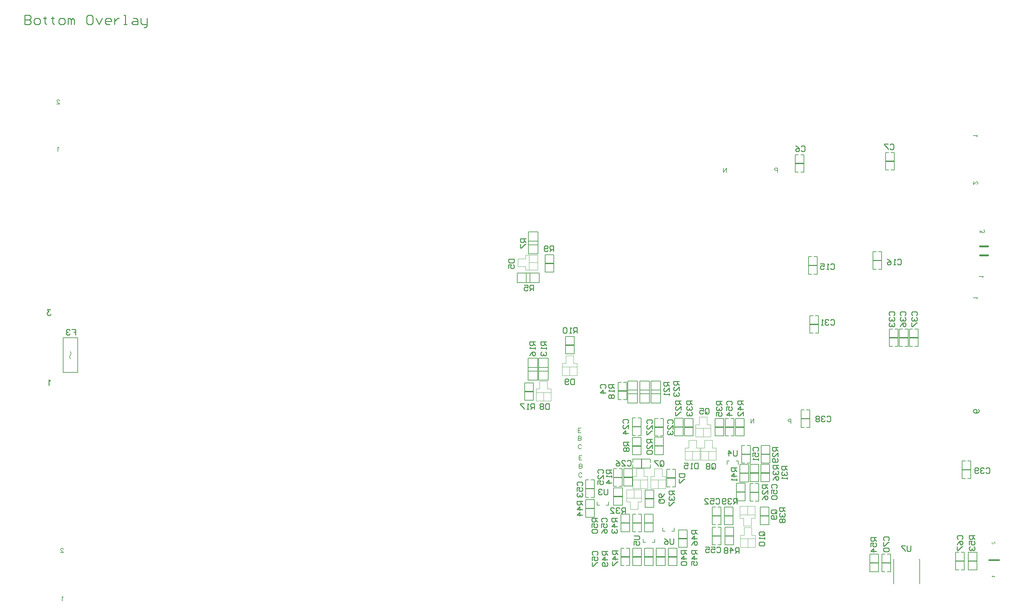
<source format=gbo>
G04*
G04 #@! TF.GenerationSoftware,Altium Limited,Altium Designer,20.0.13 (296)*
G04*
G04 Layer_Color=32896*
%FSLAX24Y24*%
%MOIN*%
G70*
G01*
G75*
%ADD10C,0.0079*%
%ADD14C,0.0197*%
%ADD18C,0.0100*%
%ADD20C,0.0098*%
%ADD90C,0.0010*%
%ADD91C,0.0010*%
%ADD92C,0.0157*%
G36*
X96222Y53141D02*
X95278D01*
Y53259D01*
X96222D01*
Y53141D01*
D02*
G37*
G36*
X86497Y52904D02*
X85552D01*
Y53022D01*
X86497D01*
Y52904D01*
D02*
G37*
G36*
X94872Y42459D02*
X93928D01*
Y42577D01*
X94872D01*
Y42459D01*
D02*
G37*
G36*
X59572Y42141D02*
X58628D01*
Y42259D01*
X59572D01*
Y42141D01*
D02*
G37*
G36*
X87922Y41923D02*
X86978D01*
Y42041D01*
X87922D01*
Y41923D01*
D02*
G37*
G36*
X88072Y35571D02*
X87128D01*
Y35689D01*
X88072D01*
Y35571D01*
D02*
G37*
G36*
X98786Y34137D02*
X97841D01*
Y34255D01*
X98786D01*
Y34137D01*
D02*
G37*
G36*
X97711D02*
X96766D01*
Y34255D01*
X97711D01*
Y34137D01*
D02*
G37*
G36*
X96636D02*
X95691D01*
Y34255D01*
X96636D01*
Y34137D01*
D02*
G37*
G36*
X61772Y33341D02*
X60828D01*
Y33459D01*
X61772D01*
Y33341D01*
D02*
G37*
G36*
X67422Y28409D02*
X66478D01*
Y28527D01*
X67422D01*
Y28409D01*
D02*
G37*
G36*
X57372Y28341D02*
X56428D01*
Y28459D01*
X57372D01*
Y28341D01*
D02*
G37*
G36*
X87122Y25423D02*
X86178D01*
Y25541D01*
X87122D01*
Y25423D01*
D02*
G37*
G36*
X68962Y24552D02*
X68017D01*
Y24670D01*
X68962D01*
Y24552D01*
D02*
G37*
G36*
X73502Y24515D02*
X72557D01*
Y24633D01*
X73502D01*
Y24515D01*
D02*
G37*
G36*
X77872Y24509D02*
X76928D01*
Y24627D01*
X77872D01*
Y24509D01*
D02*
G37*
G36*
X74572D02*
X73628D01*
Y24627D01*
X74572D01*
Y24509D01*
D02*
G37*
G36*
X78972Y24509D02*
X78028D01*
Y24627D01*
X78972D01*
Y24509D01*
D02*
G37*
G36*
X71372D02*
X70428D01*
Y24627D01*
X71372D01*
Y24509D01*
D02*
G37*
G36*
X80072Y24509D02*
X79128D01*
Y24627D01*
X80072D01*
Y24509D01*
D02*
G37*
G36*
X71372Y22491D02*
X70428D01*
Y22609D01*
X71372D01*
Y22491D01*
D02*
G37*
G36*
X68962Y22467D02*
X68017D01*
Y22585D01*
X68962D01*
Y22467D01*
D02*
G37*
G36*
X80722Y21591D02*
X79778D01*
Y21709D01*
X80722D01*
Y21591D01*
D02*
G37*
G36*
X82822Y21591D02*
X81878D01*
Y21709D01*
X82822D01*
Y21591D01*
D02*
G37*
G36*
X69068Y20178D02*
X68950D01*
Y21122D01*
X69068D01*
Y20178D01*
D02*
G37*
G36*
X104472Y19923D02*
X103528D01*
Y20041D01*
X104472D01*
Y19923D01*
D02*
G37*
G36*
X82806Y19573D02*
X81861D01*
Y19691D01*
X82806D01*
Y19573D01*
D02*
G37*
G36*
X81622Y19573D02*
X80678D01*
Y19691D01*
X81622D01*
Y19573D01*
D02*
G37*
G36*
X80522Y19559D02*
X79578D01*
Y19677D01*
X80522D01*
Y19559D01*
D02*
G37*
G36*
X68022Y19109D02*
X67078D01*
Y19227D01*
X68022D01*
Y19109D01*
D02*
G37*
G36*
X66930Y19090D02*
X65985D01*
Y19208D01*
X66930D01*
Y19090D01*
D02*
G37*
G36*
X72666Y19030D02*
X71722D01*
Y19148D01*
X72666D01*
Y19030D01*
D02*
G37*
G36*
X63922Y17891D02*
X62978D01*
Y18009D01*
X63922D01*
Y17891D01*
D02*
G37*
G36*
X80172Y17523D02*
X79228D01*
Y17641D01*
X80172D01*
Y17523D01*
D02*
G37*
G36*
X81622Y17491D02*
X80678D01*
Y17609D01*
X81622D01*
Y17491D01*
D02*
G37*
G36*
X66946Y17036D02*
X66001D01*
Y17154D01*
X66946D01*
Y17036D01*
D02*
G37*
G36*
X70322Y16809D02*
X69378D01*
Y16927D01*
X70322D01*
Y16809D01*
D02*
G37*
G36*
X63922Y15759D02*
X62978D01*
Y15877D01*
X63922D01*
Y15759D01*
D02*
G37*
G36*
X82722Y14959D02*
X81778D01*
Y15077D01*
X82722D01*
Y14959D01*
D02*
G37*
G36*
X78872D02*
X77928D01*
Y15077D01*
X78872D01*
Y14959D01*
D02*
G37*
G36*
X77572Y14959D02*
X76628D01*
Y15077D01*
X77572D01*
Y14959D01*
D02*
G37*
G36*
X70272Y14191D02*
X69328D01*
Y14309D01*
X70272D01*
Y14191D01*
D02*
G37*
G36*
X68997Y14191D02*
X68053D01*
Y14309D01*
X68997D01*
Y14191D01*
D02*
G37*
G36*
X67722Y14191D02*
X66778D01*
Y14309D01*
X67722D01*
Y14191D01*
D02*
G37*
G36*
X77572Y12789D02*
X76628D01*
Y12907D01*
X77572D01*
Y12789D01*
D02*
G37*
G36*
X78922Y12789D02*
X77978D01*
Y12907D01*
X78922D01*
Y12789D01*
D02*
G37*
G36*
X73922Y12509D02*
X72978D01*
Y12627D01*
X73922D01*
Y12509D01*
D02*
G37*
G36*
X68997Y10541D02*
X68053D01*
Y10659D01*
X68997D01*
Y10541D01*
D02*
G37*
G36*
X71547Y10541D02*
X70603D01*
Y10659D01*
X71547D01*
Y10541D01*
D02*
G37*
G36*
X67722Y10541D02*
X66778D01*
Y10659D01*
X67722D01*
Y10541D01*
D02*
G37*
G36*
X72822Y10541D02*
X71878D01*
Y10659D01*
X72822D01*
Y10541D01*
D02*
G37*
G36*
X70272D02*
X69328D01*
Y10659D01*
X70272D01*
Y10541D01*
D02*
G37*
G36*
X105122Y10091D02*
X104178D01*
Y10209D01*
X105122D01*
Y10091D01*
D02*
G37*
G36*
X103772Y10091D02*
X102828D01*
Y10209D01*
X103772D01*
Y10091D01*
D02*
G37*
G36*
X94522Y9891D02*
X93578D01*
Y10009D01*
X94522D01*
Y9891D01*
D02*
G37*
G36*
X95822Y9891D02*
X94878D01*
Y10009D01*
X95822D01*
Y9891D01*
D02*
G37*
G36*
X107097Y11975D02*
X107052D01*
Y12161D01*
X107043Y12155D01*
X107039Y12152D01*
X107035Y12149D01*
X107032Y12146D01*
X107030Y12144D01*
X107028Y12142D01*
X107028Y12142D01*
X107025Y12139D01*
X107022Y12136D01*
X107015Y12128D01*
X107007Y12119D01*
X106999Y12110D01*
X106991Y12101D01*
X106988Y12098D01*
X106985Y12094D01*
X106983Y12092D01*
X106981Y12089D01*
X106980Y12088D01*
X106979Y12088D01*
X106972Y12079D01*
X106965Y12070D01*
X106958Y12063D01*
X106952Y12055D01*
X106946Y12049D01*
X106940Y12043D01*
X106935Y12038D01*
X106931Y12034D01*
X106926Y12029D01*
X106923Y12026D01*
X106920Y12023D01*
X106918Y12021D01*
X106914Y12018D01*
X106913Y12017D01*
X106904Y12009D01*
X106896Y12003D01*
X106888Y11997D01*
X106881Y11993D01*
X106875Y11989D01*
X106871Y11987D01*
X106868Y11986D01*
X106867Y11986D01*
X106859Y11982D01*
X106851Y11980D01*
X106843Y11978D01*
X106836Y11977D01*
X106830Y11976D01*
X106826Y11976D01*
X106823D01*
X106822D01*
X106814Y11976D01*
X106806Y11977D01*
X106799Y11978D01*
X106792Y11981D01*
X106779Y11986D01*
X106769Y11992D01*
X106764Y11995D01*
X106760Y11998D01*
X106756Y12000D01*
X106753Y12003D01*
X106751Y12005D01*
X106749Y12006D01*
X106749Y12007D01*
X106748Y12008D01*
X106742Y12014D01*
X106738Y12021D01*
X106734Y12028D01*
X106730Y12035D01*
X106725Y12049D01*
X106721Y12063D01*
X106720Y12069D01*
X106719Y12075D01*
X106718Y12081D01*
X106718Y12085D01*
X106717Y12089D01*
Y12094D01*
X106718Y12104D01*
X106718Y12113D01*
X106720Y12122D01*
X106722Y12130D01*
X106724Y12138D01*
X106726Y12145D01*
X106729Y12152D01*
X106732Y12158D01*
X106734Y12163D01*
X106737Y12167D01*
X106739Y12171D01*
X106741Y12175D01*
X106743Y12177D01*
X106745Y12179D01*
X106745Y12180D01*
X106746Y12181D01*
X106751Y12186D01*
X106757Y12191D01*
X106764Y12196D01*
X106770Y12200D01*
X106783Y12206D01*
X106797Y12211D01*
X106803Y12212D01*
X106809Y12214D01*
X106813Y12215D01*
X106818Y12216D01*
X106822Y12217D01*
X106824D01*
X106826Y12217D01*
X106827D01*
X106831Y12170D01*
X106819Y12169D01*
X106808Y12166D01*
X106798Y12163D01*
X106791Y12159D01*
X106784Y12156D01*
X106780Y12153D01*
X106777Y12150D01*
X106776Y12149D01*
X106769Y12141D01*
X106764Y12132D01*
X106761Y12123D01*
X106758Y12115D01*
X106757Y12107D01*
X106756Y12101D01*
X106756Y12099D01*
Y12095D01*
X106756Y12084D01*
X106758Y12074D01*
X106762Y12065D01*
X106765Y12057D01*
X106769Y12051D01*
X106771Y12047D01*
X106774Y12045D01*
X106775Y12043D01*
X106782Y12037D01*
X106790Y12032D01*
X106798Y12028D01*
X106805Y12026D01*
X106811Y12024D01*
X106817Y12024D01*
X106820Y12023D01*
X106821D01*
X106821D01*
X106831Y12024D01*
X106841Y12027D01*
X106851Y12030D01*
X106859Y12034D01*
X106866Y12039D01*
X106872Y12042D01*
X106875Y12043D01*
X106876Y12045D01*
X106877Y12046D01*
X106877D01*
X106883Y12050D01*
X106889Y12055D01*
X106896Y12061D01*
X106902Y12068D01*
X106916Y12082D01*
X106929Y12095D01*
X106935Y12102D01*
X106940Y12108D01*
X106945Y12114D01*
X106949Y12119D01*
X106953Y12123D01*
X106955Y12126D01*
X106957Y12129D01*
X106958Y12129D01*
X106969Y12143D01*
X106980Y12155D01*
X106990Y12166D01*
X106998Y12174D01*
X107005Y12181D01*
X107010Y12186D01*
X107013Y12189D01*
X107014Y12190D01*
X107014D01*
X107024Y12197D01*
X107032Y12203D01*
X107041Y12209D01*
X107049Y12213D01*
X107055Y12217D01*
X107060Y12219D01*
X107064Y12220D01*
X107064Y12220D01*
X107065D01*
X107071Y12223D01*
X107076Y12224D01*
X107082Y12225D01*
X107086Y12225D01*
X107091Y12226D01*
X107094D01*
X107096D01*
X107097D01*
Y11975D01*
D02*
G37*
G36*
X106854Y8576D02*
X106850Y8568D01*
X106846Y8560D01*
X106842Y8552D01*
X106839Y8546D01*
X106836Y8540D01*
X106834Y8537D01*
X106834Y8537D01*
Y8536D01*
X106828Y8526D01*
X106822Y8517D01*
X106816Y8510D01*
X106811Y8504D01*
X106807Y8498D01*
X106804Y8495D01*
X106802Y8492D01*
X106801Y8492D01*
X107097D01*
Y8445D01*
X106717D01*
Y8475D01*
X106727Y8481D01*
X106735Y8487D01*
X106744Y8494D01*
X106752Y8501D01*
X106758Y8507D01*
X106764Y8512D01*
X106765Y8514D01*
X106767Y8516D01*
X106768Y8516D01*
X106768Y8517D01*
X106777Y8528D01*
X106786Y8540D01*
X106794Y8551D01*
X106800Y8562D01*
X106805Y8571D01*
X106807Y8575D01*
X106809Y8578D01*
X106811Y8581D01*
X106811Y8583D01*
X106812Y8584D01*
Y8585D01*
X106857D01*
X106854Y8576D01*
D02*
G37*
D10*
X7500Y32324D02*
G03*
X7500Y31930I197J-197D01*
G01*
Y32324D02*
G03*
X7500Y32717I-197J197D01*
G01*
X64240Y16164D02*
Y16538D01*
Y16164D02*
X64496D01*
X65204D02*
X65460D01*
Y16538D01*
X80678Y18687D02*
X81032Y18687D01*
X80678Y19632D02*
X80678Y18687D01*
X81032Y18687D02*
X81622Y18687D01*
Y19632D01*
X80678Y19632D02*
Y20577D01*
X81032D01*
X81622Y19632D02*
Y20577D01*
X81032D02*
X81622D01*
X82451Y20577D02*
X82806Y20577D01*
X82806Y19632D01*
X81861Y20577D02*
X82451Y20577D01*
X81861Y19632D02*
Y20577D01*
X82806Y18687D02*
Y19632D01*
X82451Y18687D02*
X82806D01*
X81861D02*
Y19632D01*
Y18687D02*
X82451D01*
X81878Y20705D02*
X82232Y20705D01*
X81878Y21650D02*
X81878Y20705D01*
X82232Y20705D02*
X82822Y20705D01*
Y21650D01*
X81878Y21650D02*
Y22595D01*
X82232D01*
X82822Y21650D02*
Y22595D01*
X82232D02*
X82822D01*
X79778Y20705D02*
X80132D01*
X79778D02*
Y21650D01*
X80368Y20705D02*
X80722D01*
Y21650D01*
X79778D02*
Y22595D01*
X80132D01*
X80368D02*
X80722D01*
Y21650D02*
Y22595D01*
X78212Y20558D02*
Y20932D01*
X78468D01*
X79177D02*
X79433D01*
Y20558D02*
Y20932D01*
X80168Y20563D02*
X80522Y20563D01*
X80522Y19618D01*
X79578Y20563D02*
X80168Y20563D01*
X79578Y19618D02*
Y20563D01*
X80522Y18673D02*
Y19618D01*
X80168Y18673D02*
X80522D01*
X79578D02*
Y19618D01*
Y18673D02*
X80168D01*
X79818Y18527D02*
X80172Y18527D01*
X80172Y17582D01*
X79228Y18527D02*
X79818Y18527D01*
X79228Y17582D02*
Y18527D01*
X80172Y16637D02*
Y17582D01*
X79818Y16637D02*
X80172D01*
X79228D02*
Y17582D01*
Y16637D02*
X79818D01*
X80678Y16605D02*
X81032D01*
X80678D02*
Y17550D01*
X81268Y16605D02*
X81622D01*
Y17550D01*
X80678D02*
Y18495D01*
X81032D01*
X81268D02*
X81622D01*
Y17550D02*
Y18495D01*
X82368Y15963D02*
X82722Y15963D01*
X82368Y14073D02*
X82722D01*
X81778Y15963D02*
X82368Y15963D01*
X81778Y14073D02*
X82368D01*
X82722D02*
Y15018D01*
X82722Y15963D02*
X82722Y15018D01*
X81778Y15018D02*
Y15963D01*
Y14073D02*
Y15018D01*
X77218Y15963D02*
X77572D01*
X76628D02*
X76982D01*
X77218Y14073D02*
X77572D01*
X76628D02*
X76982D01*
X77572D02*
Y15018D01*
Y15963D01*
X76628Y15018D02*
Y15963D01*
Y14073D02*
Y15018D01*
X78518Y15963D02*
X78872Y15963D01*
X78518Y14073D02*
X78872D01*
X77928Y15963D02*
X78518Y15963D01*
X77928Y14073D02*
X78518D01*
X78872D02*
Y15018D01*
X78872Y15963D02*
X78872Y15018D01*
X77928Y15018D02*
Y15963D01*
Y14073D02*
Y15018D01*
X77218Y13793D02*
X77572D01*
X76628D02*
X76982D01*
X77218Y11903D02*
X77572D01*
X76628D02*
X76982D01*
X77572D02*
Y12848D01*
Y13793D01*
X76628Y12848D02*
Y13793D01*
Y11903D02*
Y12848D01*
X67068Y29413D02*
X67422D01*
X66478D02*
X66832D01*
X67068Y27523D02*
X67422D01*
X66478D02*
X66832D01*
X67422D02*
Y28468D01*
Y29413D01*
X66478Y28468D02*
Y29413D01*
Y27523D02*
Y28468D01*
X67538Y27377D02*
Y28164D01*
Y27180D02*
Y27377D01*
X68562D02*
Y28164D01*
Y27357D02*
Y27377D01*
Y27180D02*
Y27357D01*
X68247Y27180D02*
X68562D01*
X67538Y28558D02*
Y29345D01*
Y29542D01*
X67735D01*
X68562Y28558D02*
Y29345D01*
Y29463D01*
X68247Y29542D02*
X68562D01*
Y29463D02*
Y29542D01*
X67538Y28164D02*
X68562D01*
X67538Y27180D02*
X68247D01*
X67538Y28558D02*
X68562D01*
X67735Y29542D02*
X68247D01*
X67538Y28164D02*
Y28558D01*
X68562Y28164D02*
Y28558D01*
X68838Y27377D02*
Y28164D01*
Y27180D02*
Y27377D01*
X69862D02*
Y28164D01*
Y27357D02*
Y27377D01*
Y27180D02*
Y27357D01*
X69547Y27180D02*
X69862D01*
X68838Y28558D02*
Y29345D01*
Y29542D01*
X69035D01*
X69862Y28558D02*
Y29345D01*
Y29463D01*
X69547Y29542D02*
X69862D01*
Y29463D02*
Y29542D01*
X68838Y28164D02*
X69862D01*
X68838Y27180D02*
X69547D01*
X68838Y28558D02*
X69862D01*
X69035Y29542D02*
X69547D01*
X68838Y28164D02*
Y28558D01*
X69862Y28164D02*
Y28558D01*
X70038Y27377D02*
Y28164D01*
Y27180D02*
Y27377D01*
X71062D02*
Y28164D01*
Y27357D02*
Y27377D01*
Y27180D02*
Y27357D01*
X70747Y27180D02*
X71062D01*
X70038Y28558D02*
Y29345D01*
Y29542D01*
X70235D01*
X71062Y28558D02*
Y29345D01*
Y29463D01*
X70747Y29542D02*
X71062D01*
Y29463D02*
Y29542D01*
X70038Y28164D02*
X71062D01*
X70038Y27180D02*
X70747D01*
X70038Y28558D02*
X71062D01*
X70235Y29542D02*
X70747D01*
X70038Y28164D02*
Y28558D01*
X71062Y28164D02*
Y28558D01*
X68064Y21122D02*
X69009D01*
X69954D01*
X69009Y20178D02*
X69954D01*
X68064D02*
X69009D01*
X68064Y20768D02*
Y21122D01*
Y20178D02*
Y20532D01*
X69954Y20768D02*
Y21122D01*
Y20178D02*
Y20532D01*
X68962Y22526D02*
Y23471D01*
Y21581D02*
Y22526D01*
X68017Y22526D02*
X68017Y21581D01*
X68017Y22526D02*
Y23471D01*
X68372D02*
X68962D01*
X68372Y21581D02*
X68962Y21581D01*
X68017Y23471D02*
X68372D01*
X68017Y21581D02*
X68372Y21581D01*
X68962Y24611D02*
Y25556D01*
Y23666D02*
Y24611D01*
X68017Y23666D02*
Y24611D01*
Y25556D01*
X68608D02*
X68962D01*
X68017D02*
X68372D01*
X68608Y23666D02*
X68962D01*
X68017D02*
X68372D01*
X71372Y24568D02*
Y25513D01*
Y23623D02*
Y24568D01*
X70428Y23623D02*
Y24568D01*
Y25513D01*
X71018D02*
X71372D01*
X70428D02*
X70782D01*
X71018Y23623D02*
X71372D01*
X70428D02*
X70782D01*
X72557Y23629D02*
X72912Y23629D01*
X72557Y24574D02*
X72557Y23629D01*
X72912Y23629D02*
X73502Y23629D01*
Y24574D01*
X72557Y24574D02*
Y25519D01*
X72912D01*
X73502Y24574D02*
Y25519D01*
X72912D02*
X73502D01*
X74218Y25513D02*
X74572Y25513D01*
X74572Y24568D01*
X73628Y25513D02*
X74218Y25513D01*
X73628Y24568D02*
Y25513D01*
X74572Y23623D02*
Y24568D01*
X74218Y23623D02*
X74572D01*
X73628D02*
Y24568D01*
Y23623D02*
X74218D01*
X67078Y18223D02*
Y19168D01*
Y20113D01*
X68022D02*
X68022Y19168D01*
Y18223D02*
Y19168D01*
X67078Y18223D02*
X67668D01*
X67078Y20113D02*
X67668Y20113D01*
Y18223D02*
X68022D01*
X67668Y20113D02*
X68022Y20113D01*
X66930Y19149D02*
Y20094D01*
Y18204D02*
Y19149D01*
X65985Y18204D02*
Y19149D01*
Y20094D01*
X66576D02*
X66930D01*
X65985D02*
X66340D01*
X66576Y18204D02*
X66930D01*
X65985D02*
X66340D01*
X70322Y16868D02*
Y17813D01*
Y15923D02*
Y16868D01*
X69378Y16868D02*
X69378Y15923D01*
X69378Y16868D02*
Y17813D01*
X69732D02*
X70322D01*
X69732Y15923D02*
X70322Y15923D01*
X69378Y17813D02*
X69732D01*
X69378Y15923D02*
X69732Y15923D01*
X66001Y16150D02*
Y17095D01*
Y18040D01*
X66946D02*
X66946Y17095D01*
Y16150D02*
Y17095D01*
X66001Y16150D02*
X66592D01*
X66001Y18040D02*
X66592Y18040D01*
Y16150D02*
X66946D01*
X66592Y18040D02*
X66946Y18040D01*
X70410Y12164D02*
Y12538D01*
X70154Y12164D02*
X70410D01*
X69190D02*
X69446D01*
X69190D02*
Y12538D01*
X72510Y13348D02*
Y13722D01*
X72254Y13348D02*
X72510D01*
X71290D02*
X71546D01*
X71290D02*
Y13722D01*
X73568Y13513D02*
X73922Y13513D01*
X73568Y11623D02*
X73922D01*
X72978Y13513D02*
X73568Y13513D01*
X72978Y11623D02*
X73568D01*
X73922D02*
Y12568D01*
X73922Y13513D02*
X73922Y12568D01*
X72978Y12568D02*
Y13513D01*
Y11623D02*
Y12568D01*
X71878Y9655D02*
X72232Y9655D01*
X71878Y11545D02*
X72232D01*
Y9655D02*
X72822Y9655D01*
X72232Y11545D02*
X72822D01*
X71878Y10600D02*
Y11545D01*
Y10600D02*
X71878Y9655D01*
X72822D02*
Y10600D01*
Y11545D01*
X70603Y9655D02*
X70957Y9655D01*
X70603Y11545D02*
X70957D01*
Y9655D02*
X71547Y9655D01*
X70957Y11545D02*
X71547D01*
X70603Y10600D02*
Y11545D01*
Y10600D02*
X70603Y9655D01*
X71547D02*
Y10600D01*
Y11545D01*
X69328Y9655D02*
X69682Y9655D01*
X69328Y11545D02*
X69682D01*
Y9655D02*
X70272Y9655D01*
X69682Y11545D02*
X70272D01*
X69328Y10600D02*
Y11545D01*
Y10600D02*
X69328Y9655D01*
X70272D02*
Y10600D01*
Y11545D01*
X69918Y15195D02*
X70272Y15195D01*
X69918Y13305D02*
X70272D01*
X69328Y15195D02*
X69918Y15195D01*
X69328Y13305D02*
X69918D01*
X70272D02*
Y14250D01*
X70272Y15195D02*
X70272Y14250D01*
X69328Y14250D02*
Y15195D01*
Y13305D02*
Y14250D01*
X68643Y15195D02*
X68997D01*
X68053D02*
X68407D01*
X68643Y13305D02*
X68997D01*
X68053D02*
X68407D01*
X68997D02*
Y14250D01*
Y15195D01*
X68053Y14250D02*
Y15195D01*
Y13305D02*
Y14250D01*
X102828Y9205D02*
X103182D01*
X103418D02*
X103772D01*
X102828Y11095D02*
X103182D01*
X103418D02*
X103772D01*
X102828Y10150D02*
Y11095D01*
Y9205D02*
Y10150D01*
X103772Y9205D02*
Y10150D01*
Y11095D01*
X104768Y11095D02*
X105122Y11095D01*
X104768Y9205D02*
X105122D01*
X104178Y11095D02*
X104768Y11095D01*
X104178Y9205D02*
X104768D01*
X105122D02*
Y10150D01*
X105122Y11095D02*
X105122Y10150D01*
X104178Y10150D02*
Y11095D01*
Y9205D02*
Y10150D01*
X98898Y10329D02*
X98950D01*
Y7711D02*
Y10329D01*
X96150D02*
X96202D01*
X96150Y7711D02*
Y10329D01*
X94878Y9005D02*
X95232D01*
X95468D02*
X95822D01*
X94878Y10895D02*
X95232D01*
X95468D02*
X95822D01*
X94878Y9950D02*
Y10895D01*
Y9005D02*
Y9950D01*
X95822Y9005D02*
Y9950D01*
Y10895D01*
X94168Y10895D02*
X94522Y10895D01*
X94168Y9005D02*
X94522D01*
X93578Y10895D02*
X94168Y10895D01*
X93578Y9005D02*
X94168D01*
X94522D02*
Y9950D01*
X94522Y10895D02*
X94522Y9950D01*
X93578Y9950D02*
Y10895D01*
Y9005D02*
Y9950D01*
X77518Y25513D02*
X77872Y25513D01*
X77872Y24568D01*
X76928Y25513D02*
X77518Y25513D01*
X76928Y24568D02*
Y25513D01*
X77872Y23623D02*
Y24568D01*
X77518Y23623D02*
X77872D01*
X76928D02*
Y24568D01*
Y23623D02*
X77518D01*
X78028Y23623D02*
Y24568D01*
Y23623D02*
X78382D01*
X78618D02*
X78972D01*
Y24568D01*
X78028D02*
Y25513D01*
X78382D01*
X78972Y24568D02*
Y25513D01*
X78618D02*
X78972D01*
X79128Y23623D02*
X79482Y23623D01*
X79128Y24568D02*
X79128Y23623D01*
X79482Y23623D02*
X80072Y23623D01*
Y24568D01*
X79128Y24568D02*
Y25513D01*
X79482D01*
X80072Y24568D02*
Y25513D01*
X79482D02*
X80072D01*
X66778Y9655D02*
X67132D01*
X67368D02*
X67722D01*
X66778Y11545D02*
X67132D01*
X67368D02*
X67722D01*
X66778Y10600D02*
Y11545D01*
Y9655D02*
Y10600D01*
X67722Y9655D02*
Y10600D01*
Y11545D01*
X86178Y24537D02*
X86532D01*
X86178D02*
Y25482D01*
X86768Y24537D02*
X87122D01*
Y25482D01*
X86178D02*
Y26427D01*
X86532D01*
X86768D02*
X87122D01*
Y25482D02*
Y26427D01*
X97357Y35141D02*
X97711D01*
Y34196D02*
Y35141D01*
X96766D02*
X97121D01*
X96766Y34196D02*
Y35141D01*
X97711Y33251D02*
Y34196D01*
X97357Y33251D02*
X97711D01*
X96766D02*
X97121D01*
X96766D02*
Y34196D01*
X96282Y35141D02*
X96636D01*
Y34196D02*
Y35141D01*
X95691D02*
X96046D01*
X95691Y34196D02*
Y35141D01*
X96636Y33251D02*
Y34196D01*
X96282Y33251D02*
X96636D01*
X95691D02*
X96046D01*
X95691D02*
Y34196D01*
X98432Y35141D02*
X98786D01*
Y34196D02*
Y35141D01*
X97841D02*
X98196D01*
X97841Y34196D02*
Y35141D01*
X98786Y33251D02*
Y34196D01*
X98432Y33251D02*
X98786D01*
X97841D02*
X98196D01*
X97841D02*
Y34196D01*
X87128Y34685D02*
Y35630D01*
Y34685D02*
X87482D01*
X87718D02*
X88072D01*
Y35630D01*
X87128D02*
Y36575D01*
X87482D01*
X88072Y35630D02*
Y36575D01*
X87718D02*
X88072D01*
X86978Y41037D02*
X87332D01*
X86978D02*
Y41982D01*
X87568Y41037D02*
X87922D01*
Y41982D01*
X86978D02*
Y42927D01*
X87332D01*
X87568D02*
X87922D01*
Y41982D02*
Y42927D01*
X85552Y52018D02*
X85907D01*
X85552D02*
Y52963D01*
X86143Y52018D02*
X86497D01*
Y52963D01*
X85552D02*
Y53908D01*
X85907D01*
X86143D02*
X86497D01*
Y52963D02*
Y53908D01*
X57862Y44597D02*
Y45384D01*
Y45581D01*
X56838Y44597D02*
Y45384D01*
Y45404D01*
Y45581D01*
X57153D01*
X57862Y43416D02*
Y44203D01*
Y43219D02*
Y43416D01*
X57665Y43219D02*
X57862D01*
X56838Y43416D02*
Y44203D01*
Y43298D02*
Y43416D01*
Y43219D02*
X57153D01*
X56838D02*
Y43298D01*
Y44597D02*
X57862D01*
X57153Y45581D02*
X57862D01*
X56838Y44203D02*
X57862D01*
X57153Y43219D02*
X57665D01*
X57862Y44203D02*
Y44597D01*
X56838Y44203D02*
Y44597D01*
X56997Y40138D02*
X57784D01*
X57981D01*
X56997Y41162D02*
X57784D01*
X57804D01*
X57981D01*
Y40847D02*
Y41162D01*
X55816Y40138D02*
X56603D01*
X55619D02*
X55816D01*
X55619D02*
Y40335D01*
X55816Y41162D02*
X56603D01*
X55698D02*
X55816D01*
X55619Y40847D02*
Y41162D01*
X55698D01*
X56997Y40138D02*
Y41162D01*
X57981Y40138D02*
Y40847D01*
X56603Y40138D02*
Y41162D01*
X55619Y40335D02*
Y40847D01*
X56603Y40138D02*
X56997D01*
X56603Y41162D02*
X56997D01*
X93928Y41573D02*
X94282D01*
X93928D02*
Y42518D01*
X94518Y41573D02*
X94872D01*
Y42518D01*
X93928D02*
Y43463D01*
X94282D01*
X94518D02*
X94872D01*
Y42518D02*
Y43463D01*
X60828Y32455D02*
Y33400D01*
Y34345D01*
X61772D02*
X61772Y33400D01*
Y32455D02*
Y33400D01*
X60828Y32455D02*
X61418D01*
X60828Y34345D02*
X61418Y34345D01*
Y32455D02*
X61772D01*
X61418Y34345D02*
X61772Y34345D01*
X58962Y30997D02*
Y31784D01*
Y31981D01*
X57938Y30997D02*
Y31784D01*
Y31804D01*
Y31981D01*
X58253D01*
X58962Y29816D02*
Y30603D01*
Y29619D02*
Y29816D01*
X58765Y29619D02*
X58962D01*
X57938Y29816D02*
Y30603D01*
Y29698D02*
Y29816D01*
Y29619D02*
X58253D01*
X57938D02*
Y29698D01*
Y30997D02*
X58962D01*
X58253Y31981D02*
X58962D01*
X57938Y30603D02*
X58962D01*
X58253Y29619D02*
X58765D01*
X58962Y30603D02*
Y30997D01*
X57938Y30603D02*
Y30997D01*
X56788Y30603D02*
Y30997D01*
X57812Y30603D02*
Y30997D01*
X57103Y29619D02*
X57615D01*
X56788Y30603D02*
X57812D01*
X57103Y31981D02*
X57812D01*
X56788Y30997D02*
X57812D01*
X56788Y29619D02*
Y29698D01*
Y29619D02*
X57103D01*
X56788Y29698D02*
Y29816D01*
Y30603D01*
X57615Y29619D02*
X57812D01*
Y29816D01*
Y30603D01*
X56788Y31981D02*
X57103D01*
X56788Y31804D02*
Y31981D01*
Y31784D02*
Y31804D01*
Y30997D02*
Y31784D01*
X57812D02*
Y31981D01*
Y30997D02*
Y31784D01*
X57372Y28400D02*
Y29345D01*
Y27455D02*
Y28400D01*
X56428Y28400D02*
X56428Y27455D01*
X56428Y28400D02*
Y29345D01*
X56782D02*
X57372D01*
X56782Y27455D02*
X57372Y27455D01*
X56428Y29345D02*
X56782D01*
X56428Y27455D02*
X56782Y27455D01*
X62978Y17005D02*
Y17950D01*
Y18895D01*
X63922Y17950D02*
Y18895D01*
Y17005D02*
Y17950D01*
X62978Y17005D02*
X63332D01*
X63568D02*
X63922D01*
X62978Y18895D02*
X63332D01*
X63568D02*
X63922D01*
X62978Y14873D02*
Y15818D01*
Y16763D01*
X63922D02*
X63922Y15818D01*
Y14873D02*
Y15818D01*
X62978Y14873D02*
X63568D01*
X62978Y16763D02*
X63568Y16763D01*
Y14873D02*
X63922D01*
X63568Y16763D02*
X63922Y16763D01*
X6713Y30454D02*
X8287D01*
X6713D02*
Y34194D01*
X8287D01*
Y30454D02*
Y34194D01*
X104118Y20927D02*
X104472D01*
Y19982D02*
Y20927D01*
X103528D02*
X103882D01*
X103528Y19982D02*
Y20927D01*
X104472Y19037D02*
Y19982D01*
X104118Y19037D02*
X104472D01*
X103528D02*
X103882D01*
X103528D02*
Y19982D01*
X70428Y21605D02*
Y22550D01*
Y23495D01*
X71372D02*
X71372Y22550D01*
Y21605D02*
Y22550D01*
X70428Y21605D02*
X71018D01*
X70428Y23495D02*
X71018Y23495D01*
Y21605D02*
X71372D01*
X71018Y23495D02*
X71372Y23495D01*
X72666Y19089D02*
Y20034D01*
Y18144D02*
Y19089D01*
X71722Y18144D02*
Y19089D01*
Y20034D01*
X72312D02*
X72666D01*
X71722D02*
X72076D01*
X72312Y18144D02*
X72666D01*
X71722D02*
X72076D01*
X78922Y12848D02*
Y13793D01*
Y11903D02*
Y12848D01*
X77978Y12848D02*
X77978Y11903D01*
X77978Y12848D02*
Y13793D01*
X78332D02*
X78922D01*
X78332Y11903D02*
X78922Y11903D01*
X77978Y13793D02*
X78332D01*
X77978Y11903D02*
X78332Y11903D01*
X67722Y14250D02*
Y15195D01*
Y13305D02*
Y14250D01*
X66778Y14250D02*
X66778Y13305D01*
X66778Y14250D02*
Y15195D01*
X67132D02*
X67722D01*
X67132Y13305D02*
X67722Y13305D01*
X66778Y15195D02*
X67132D01*
X66778Y13305D02*
X67132Y13305D01*
X68053Y9655D02*
Y10600D01*
Y11545D01*
X68997D02*
X68997Y10600D01*
Y9655D02*
Y10600D01*
X68053Y9655D02*
X68643D01*
X68053Y11545D02*
X68643Y11545D01*
Y9655D02*
X68997D01*
X68643Y11545D02*
X68997Y11545D01*
X96222Y53200D02*
Y54145D01*
X95868D02*
X96222D01*
X95278D02*
X95632D01*
X95278Y53200D02*
Y54145D01*
X96222Y52255D02*
Y53200D01*
X95868Y52255D02*
X96222D01*
X95278D02*
Y53200D01*
Y52255D02*
X95632D01*
X59218Y43145D02*
X59572Y43145D01*
X59218Y41255D02*
X59572D01*
X58628Y43145D02*
X59218Y43145D01*
X58628Y41255D02*
X59218D01*
X59572D02*
Y42200D01*
X59572Y43145D02*
X59572Y42200D01*
X58628Y42200D02*
Y43145D01*
Y41255D02*
Y42200D01*
X105115Y50726D02*
X105137D01*
X105182Y50749D01*
X105205Y50771D01*
X105227Y50816D01*
Y50906D01*
X105205Y50951D01*
X105182Y50973D01*
X105137Y50996D01*
X105092D01*
X105047Y50973D01*
X104980Y50928D01*
X104755Y50704D01*
Y51018D01*
X105117Y55837D02*
X105140Y55882D01*
X105207Y55950D01*
X104735D01*
X85100Y25175D02*
X84898D01*
X84830Y25197D01*
X84808Y25220D01*
X84785Y25265D01*
Y25332D01*
X84808Y25377D01*
X84830Y25400D01*
X84898Y25422D01*
X85100D01*
Y24950D01*
X81100Y25472D02*
Y25000D01*
Y25472D02*
X80785Y25000D01*
Y25472D02*
Y25000D01*
X105728Y40696D02*
X105750Y40741D01*
X105818Y40808D01*
X105345D01*
X105463Y45769D02*
Y45521D01*
X105643Y45656D01*
Y45589D01*
X105666Y45544D01*
X105688Y45521D01*
X105756Y45499D01*
X105801D01*
X105868Y45521D01*
X105913Y45566D01*
X105936Y45634D01*
Y45701D01*
X105913Y45769D01*
X105891Y45791D01*
X105846Y45814D01*
X83650Y52225D02*
X83448D01*
X83380Y52247D01*
X83358Y52270D01*
X83335Y52315D01*
Y52382D01*
X83358Y52427D01*
X83380Y52450D01*
X83448Y52472D01*
X83650D01*
Y52000D01*
X78150Y52472D02*
Y52000D01*
Y52472D02*
X77835Y52000D01*
Y52472D02*
Y52000D01*
X105117Y38396D02*
X105140Y38441D01*
X105207Y38509D01*
X104735D01*
X62300Y20128D02*
Y20600D01*
Y20128D02*
X62502D01*
X62570Y20150D01*
X62592Y20173D01*
X62615Y20218D01*
Y20263D01*
X62592Y20308D01*
X62570Y20330D01*
X62502Y20353D01*
X62300D02*
X62502D01*
X62570Y20375D01*
X62592Y20398D01*
X62615Y20443D01*
Y20510D01*
X62592Y20555D01*
X62570Y20578D01*
X62502Y20600D01*
X62300D01*
X62587Y19290D02*
X62565Y19245D01*
X62520Y19200D01*
X62475Y19178D01*
X62385D01*
X62340Y19200D01*
X62295Y19245D01*
X62272Y19290D01*
X62250Y19358D01*
Y19470D01*
X62272Y19538D01*
X62295Y19583D01*
X62340Y19628D01*
X62385Y19650D01*
X62475D01*
X62520Y19628D01*
X62565Y19583D01*
X62587Y19538D01*
X62592Y21028D02*
X62300D01*
Y21500D01*
X62592D01*
X62300Y21253D02*
X62480D01*
X62492Y23978D02*
X62200D01*
Y24450D01*
X62492D01*
X62200Y24203D02*
X62380D01*
X62537Y22340D02*
X62515Y22295D01*
X62470Y22250D01*
X62425Y22228D01*
X62335D01*
X62290Y22250D01*
X62245Y22295D01*
X62222Y22340D01*
X62200Y22408D01*
Y22520D01*
X62222Y22588D01*
X62245Y22633D01*
X62290Y22678D01*
X62335Y22700D01*
X62425D01*
X62470Y22678D01*
X62515Y22633D01*
X62537Y22588D01*
X62200Y23128D02*
Y23600D01*
Y23128D02*
X62402D01*
X62470Y23150D01*
X62492Y23173D01*
X62515Y23218D01*
Y23263D01*
X62492Y23308D01*
X62470Y23330D01*
X62402Y23353D01*
X62200D02*
X62402D01*
X62470Y23375D01*
X62492Y23398D01*
X62515Y23443D01*
Y23510D01*
X62492Y23555D01*
X62470Y23578D01*
X62402Y23600D01*
X62200D01*
X6328Y59710D02*
Y59732D01*
X6305Y59777D01*
X6283Y59800D01*
X6238Y59822D01*
X6148D01*
X6103Y59800D01*
X6080Y59777D01*
X6058Y59732D01*
Y59687D01*
X6080Y59642D01*
X6125Y59575D01*
X6350Y59350D01*
X6035D01*
X6284Y54634D02*
X6239Y54656D01*
X6172Y54724D01*
Y54251D01*
X6728Y11410D02*
Y11432D01*
X6705Y11477D01*
X6683Y11500D01*
X6638Y11522D01*
X6548D01*
X6503Y11500D01*
X6480Y11477D01*
X6458Y11432D01*
Y11387D01*
X6480Y11342D01*
X6525Y11275D01*
X6750Y11050D01*
X6435D01*
X6750Y6232D02*
X6705Y6255D01*
X6638Y6322D01*
Y5850D01*
D14*
X105444Y44042D02*
X106330D01*
X105444Y43058D02*
X106330D01*
D18*
X2600Y68933D02*
Y67933D01*
X3100D01*
X3266Y68100D01*
Y68266D01*
X3100Y68433D01*
X2600D01*
X3100D01*
X3266Y68600D01*
Y68766D01*
X3100Y68933D01*
X2600D01*
X3766Y67933D02*
X4100D01*
X4266Y68100D01*
Y68433D01*
X4100Y68600D01*
X3766D01*
X3600Y68433D01*
Y68100D01*
X3766Y67933D01*
X4766Y68766D02*
Y68600D01*
X4599D01*
X4933D01*
X4766D01*
Y68100D01*
X4933Y67933D01*
X5599Y68766D02*
Y68600D01*
X5432D01*
X5766D01*
X5599D01*
Y68100D01*
X5766Y67933D01*
X6432D02*
X6765D01*
X6932Y68100D01*
Y68433D01*
X6765Y68600D01*
X6432D01*
X6265Y68433D01*
Y68100D01*
X6432Y67933D01*
X7265D02*
Y68600D01*
X7432D01*
X7598Y68433D01*
Y67933D01*
Y68433D01*
X7765Y68600D01*
X7932Y68433D01*
Y67933D01*
X9764Y68933D02*
X9431D01*
X9265Y68766D01*
Y68100D01*
X9431Y67933D01*
X9764D01*
X9931Y68100D01*
Y68766D01*
X9764Y68933D01*
X10264Y68600D02*
X10597Y67933D01*
X10931Y68600D01*
X11764Y67933D02*
X11430D01*
X11264Y68100D01*
Y68433D01*
X11430Y68600D01*
X11764D01*
X11930Y68433D01*
Y68266D01*
X11264D01*
X12264Y68600D02*
Y67933D01*
Y68266D01*
X12430Y68433D01*
X12597Y68600D01*
X12763D01*
X13263Y67933D02*
X13596D01*
X13430D01*
Y68933D01*
X13263D01*
X14263Y68600D02*
X14596D01*
X14763Y68433D01*
Y67933D01*
X14263D01*
X14096Y68100D01*
X14263Y68266D01*
X14763D01*
X15096Y68600D02*
Y68100D01*
X15263Y67933D01*
X15762D01*
Y67767D01*
X15596Y67600D01*
X15429D01*
X15762Y67933D02*
Y68600D01*
X65350Y17900D02*
Y17400D01*
X65250Y17300D01*
X65050D01*
X64950Y17400D01*
Y17900D01*
X64750Y17800D02*
X64650Y17900D01*
X64450D01*
X64350Y17800D01*
Y17700D01*
X64450Y17600D01*
X64550D01*
X64450D01*
X64350Y17500D01*
Y17400D01*
X64450Y17300D01*
X64650D01*
X64750Y17400D01*
X83750Y20450D02*
X83150D01*
Y20150D01*
X83250Y20050D01*
X83450D01*
X83550Y20150D01*
Y20450D01*
Y20250D02*
X83750Y20050D01*
X83250Y19850D02*
X83150Y19750D01*
Y19550D01*
X83250Y19450D01*
X83350D01*
X83450Y19550D01*
Y19650D01*
Y19550D01*
X83550Y19450D01*
X83650D01*
X83750Y19550D01*
Y19750D01*
X83650Y19850D01*
X83150Y18850D02*
X83250Y19050D01*
X83450Y19250D01*
X83650D01*
X83750Y19150D01*
Y18950D01*
X83650Y18850D01*
X83550D01*
X83450Y18950D01*
Y19250D01*
X84700Y20350D02*
X84100D01*
Y20050D01*
X84200Y19950D01*
X84400D01*
X84500Y20050D01*
Y20350D01*
Y20150D02*
X84700Y19950D01*
X84200Y19750D02*
X84100Y19650D01*
Y19450D01*
X84200Y19350D01*
X84300D01*
X84400Y19450D01*
Y19550D01*
Y19450D01*
X84500Y19350D01*
X84600D01*
X84700Y19450D01*
Y19650D01*
X84600Y19750D01*
X84700Y19150D02*
Y18950D01*
Y19050D01*
X84100D01*
X84200Y19150D01*
X83700Y22400D02*
X83100D01*
Y22100D01*
X83200Y22000D01*
X83400D01*
X83500Y22100D01*
Y22400D01*
Y22200D02*
X83700Y22000D01*
Y21400D02*
Y21800D01*
X83300Y21400D01*
X83200D01*
X83100Y21500D01*
Y21700D01*
X83200Y21800D01*
X83600Y21200D02*
X83700Y21100D01*
Y20900D01*
X83600Y20800D01*
X83200D01*
X83100Y20900D01*
Y21100D01*
X83200Y21200D01*
X83300D01*
X83400Y21100D01*
Y20800D01*
X81100Y22000D02*
X81000Y22100D01*
Y22300D01*
X81100Y22400D01*
X81500D01*
X81600Y22300D01*
Y22100D01*
X81500Y22000D01*
X81000Y21400D02*
Y21800D01*
X81300D01*
X81200Y21600D01*
Y21500D01*
X81300Y21400D01*
X81500D01*
X81600Y21500D01*
Y21700D01*
X81500Y21800D01*
X81600Y21200D02*
Y21000D01*
Y21100D01*
X81000D01*
X81100Y21200D01*
X79300Y22050D02*
Y21550D01*
X79200Y21450D01*
X79000D01*
X78900Y21550D01*
Y22050D01*
X78400Y21450D02*
Y22050D01*
X78700Y21750D01*
X78300D01*
X79250Y20200D02*
X78650D01*
Y19900D01*
X78750Y19800D01*
X78950D01*
X79050Y19900D01*
Y20200D01*
Y20000D02*
X79250Y19800D01*
Y19300D02*
X78650D01*
X78950Y19600D01*
Y19200D01*
X79250Y19000D02*
Y18800D01*
Y18900D01*
X78650D01*
X78750Y19000D01*
X82600Y18350D02*
X82000D01*
Y18050D01*
X82100Y17950D01*
X82300D01*
X82400Y18050D01*
Y18350D01*
Y18150D02*
X82600Y17950D01*
Y17350D02*
Y17750D01*
X82200Y17350D01*
X82100D01*
X82000Y17450D01*
Y17650D01*
X82100Y17750D01*
X82000Y16750D02*
X82100Y16950D01*
X82300Y17150D01*
X82500D01*
X82600Y17050D01*
Y16850D01*
X82500Y16750D01*
X82400D01*
X82300Y16850D01*
Y17150D01*
X83100Y18000D02*
X83000Y18100D01*
Y18300D01*
X83100Y18400D01*
X83500D01*
X83600Y18300D01*
Y18100D01*
X83500Y18000D01*
X83000Y17400D02*
Y17800D01*
X83300D01*
X83200Y17600D01*
Y17500D01*
X83300Y17400D01*
X83500D01*
X83600Y17500D01*
Y17700D01*
X83500Y17800D01*
X83100Y17200D02*
X83000Y17100D01*
Y16900D01*
X83100Y16800D01*
X83500D01*
X83600Y16900D01*
Y17100D01*
X83500Y17200D01*
X83100D01*
X84450Y15900D02*
X83850D01*
Y15600D01*
X83950Y15500D01*
X84150D01*
X84250Y15600D01*
Y15900D01*
Y15700D02*
X84450Y15500D01*
X83950Y15300D02*
X83850Y15200D01*
Y15000D01*
X83950Y14900D01*
X84050D01*
X84150Y15000D01*
Y15100D01*
Y15000D01*
X84250Y14900D01*
X84350D01*
X84450Y15000D01*
Y15200D01*
X84350Y15300D01*
X83950Y14700D02*
X83850Y14600D01*
Y14400D01*
X83950Y14300D01*
X84050D01*
X84150Y14400D01*
X84250Y14300D01*
X84350D01*
X84450Y14400D01*
Y14600D01*
X84350Y14700D01*
X84250D01*
X84150Y14600D01*
X84050Y14700D01*
X83950D01*
X84150Y14600D02*
Y14400D01*
X83450Y15250D02*
X83050D01*
X82950Y15350D01*
Y15550D01*
X83050Y15650D01*
X83450D01*
X83550Y15550D01*
Y15350D01*
X83350Y15450D02*
X83550Y15250D01*
Y15350D02*
X83450Y15250D01*
Y15050D02*
X83550Y14950D01*
Y14750D01*
X83450Y14650D01*
X83050D01*
X82950Y14750D01*
Y14950D01*
X83050Y15050D01*
X83150D01*
X83250Y14950D01*
Y14650D01*
X82150Y12900D02*
X81750D01*
X81650Y13000D01*
Y13200D01*
X81750Y13300D01*
X82150D01*
X82250Y13200D01*
Y13000D01*
X82050Y13100D02*
X82250Y12900D01*
Y13000D02*
X82150Y12900D01*
X82250Y12700D02*
Y12500D01*
Y12600D01*
X81650D01*
X81750Y12700D01*
Y12200D02*
X81650Y12100D01*
Y11900D01*
X81750Y11800D01*
X82150D01*
X82250Y11900D01*
Y12100D01*
X82150Y12200D01*
X81750D01*
X77000Y16800D02*
X77100Y16900D01*
X77300D01*
X77400Y16800D01*
Y16400D01*
X77300Y16300D01*
X77100D01*
X77000Y16400D01*
X76400Y16900D02*
X76800D01*
Y16600D01*
X76600Y16700D01*
X76500D01*
X76400Y16600D01*
Y16400D01*
X76500Y16300D01*
X76700D01*
X76800Y16400D01*
X75800Y16300D02*
X76200D01*
X75800Y16700D01*
Y16800D01*
X75900Y16900D01*
X76100D01*
X76200Y16800D01*
X79300Y16300D02*
Y16900D01*
X79000D01*
X78900Y16800D01*
Y16600D01*
X79000Y16500D01*
X79300D01*
X79100D02*
X78900Y16300D01*
X78700Y16800D02*
X78600Y16900D01*
X78400D01*
X78300Y16800D01*
Y16700D01*
X78400Y16600D01*
X78500D01*
X78400D01*
X78300Y16500D01*
Y16400D01*
X78400Y16300D01*
X78600D01*
X78700Y16400D01*
X78100D02*
X78000Y16300D01*
X77800D01*
X77700Y16400D01*
Y16800D01*
X77800Y16900D01*
X78000D01*
X78100Y16800D01*
Y16700D01*
X78000Y16600D01*
X77700D01*
X77100Y11550D02*
X77200Y11650D01*
X77400D01*
X77500Y11550D01*
Y11150D01*
X77400Y11050D01*
X77200D01*
X77100Y11150D01*
X76500Y11650D02*
X76900D01*
Y11350D01*
X76700Y11450D01*
X76600D01*
X76500Y11350D01*
Y11150D01*
X76600Y11050D01*
X76800D01*
X76900Y11150D01*
X75900Y11650D02*
X76300D01*
Y11350D01*
X76100Y11450D01*
X76000D01*
X75900Y11350D01*
Y11150D01*
X76000Y11050D01*
X76200D01*
X76300Y11150D01*
X64650Y28750D02*
X64550Y28850D01*
Y29050D01*
X64650Y29150D01*
X65050D01*
X65150Y29050D01*
Y28850D01*
X65050Y28750D01*
X65150Y28250D02*
X64550D01*
X64850Y28550D01*
Y28150D01*
X66050Y29150D02*
X65450D01*
Y28850D01*
X65550Y28750D01*
X65750D01*
X65850Y28850D01*
Y29150D01*
Y28950D02*
X66050Y28750D01*
Y28550D02*
Y28350D01*
Y28450D01*
X65450D01*
X65550Y28550D01*
Y28050D02*
X65450Y27950D01*
Y27750D01*
X65550Y27650D01*
X65650D01*
X65750Y27750D01*
X65850Y27650D01*
X65950D01*
X66050Y27750D01*
Y27950D01*
X65950Y28050D01*
X65850D01*
X65750Y27950D01*
X65650Y28050D01*
X65550D01*
X65750Y27950D02*
Y27750D01*
X72000Y29400D02*
X71400D01*
Y29100D01*
X71500Y29000D01*
X71700D01*
X71800Y29100D01*
Y29400D01*
Y29200D02*
X72000Y29000D01*
Y28400D02*
Y28800D01*
X71600Y28400D01*
X71500D01*
X71400Y28500D01*
Y28700D01*
X71500Y28800D01*
X72000Y28200D02*
Y28000D01*
Y28100D01*
X71400D01*
X71500Y28200D01*
X73050Y29500D02*
X72450D01*
Y29200D01*
X72550Y29100D01*
X72750D01*
X72850Y29200D01*
Y29500D01*
Y29300D02*
X73050Y29100D01*
Y28500D02*
Y28900D01*
X72650Y28500D01*
X72550D01*
X72450Y28600D01*
Y28800D01*
X72550Y28900D01*
Y28300D02*
X72450Y28200D01*
Y28000D01*
X72550Y27900D01*
X72650D01*
X72750Y28000D01*
Y28100D01*
Y28000D01*
X72850Y27900D01*
X72950D01*
X73050Y28000D01*
Y28200D01*
X72950Y28300D01*
X73050Y19550D02*
X73650D01*
Y19250D01*
X73550Y19150D01*
X73150D01*
X73050Y19250D01*
Y19550D01*
Y18950D02*
Y18550D01*
X73150D01*
X73550Y18950D01*
X73650D01*
X67450Y20900D02*
X67550Y21000D01*
X67750D01*
X67850Y20900D01*
Y20500D01*
X67750Y20400D01*
X67550D01*
X67450Y20500D01*
X66850Y20400D02*
X67250D01*
X66850Y20800D01*
Y20900D01*
X66950Y21000D01*
X67150D01*
X67250Y20900D01*
X66250Y21000D02*
X66450Y20900D01*
X66650Y20700D01*
Y20500D01*
X66550Y20400D01*
X66350D01*
X66250Y20500D01*
Y20600D01*
X66350Y20700D01*
X66650D01*
X67650Y22950D02*
X67050D01*
Y22650D01*
X67150Y22550D01*
X67350D01*
X67450Y22650D01*
Y22950D01*
Y22750D02*
X67650Y22550D01*
X67150Y22350D02*
X67050Y22250D01*
Y22050D01*
X67150Y21950D01*
X67250D01*
X67350Y22050D01*
X67450Y21950D01*
X67550D01*
X67650Y22050D01*
Y22250D01*
X67550Y22350D01*
X67450D01*
X67350Y22250D01*
X67250Y22350D01*
X67150D01*
X67350Y22250D02*
Y22050D01*
X67100Y25000D02*
X67000Y25100D01*
Y25300D01*
X67100Y25400D01*
X67500D01*
X67600Y25300D01*
Y25100D01*
X67500Y25000D01*
X67600Y24400D02*
Y24800D01*
X67200Y24400D01*
X67100D01*
X67000Y24500D01*
Y24700D01*
X67100Y24800D01*
X67600Y23900D02*
X67000D01*
X67300Y24200D01*
Y23800D01*
X69650Y24950D02*
X69550Y25050D01*
Y25250D01*
X69650Y25350D01*
X70050D01*
X70150Y25250D01*
Y25050D01*
X70050Y24950D01*
X70150Y24350D02*
Y24750D01*
X69750Y24350D01*
X69650D01*
X69550Y24450D01*
Y24650D01*
X69650Y24750D01*
X69550Y24150D02*
Y23750D01*
X69650D01*
X70050Y24150D01*
X70150D01*
X73250Y27400D02*
X72650D01*
Y27100D01*
X72750Y27000D01*
X72950D01*
X73050Y27100D01*
Y27400D01*
Y27200D02*
X73250Y27000D01*
Y26400D02*
Y26800D01*
X72850Y26400D01*
X72750D01*
X72650Y26500D01*
Y26700D01*
X72750Y26800D01*
X72650Y26200D02*
Y25800D01*
X72750D01*
X73150Y26200D01*
X73250D01*
X74450Y27400D02*
X73850D01*
Y27100D01*
X73950Y27000D01*
X74150D01*
X74250Y27100D01*
Y27400D01*
Y27200D02*
X74450Y27000D01*
X73950Y26800D02*
X73850Y26700D01*
Y26500D01*
X73950Y26400D01*
X74050D01*
X74150Y26500D01*
Y26600D01*
Y26500D01*
X74250Y26400D01*
X74350D01*
X74450Y26500D01*
Y26700D01*
X74350Y26800D01*
X73950Y26200D02*
X73850Y26100D01*
Y25900D01*
X73950Y25800D01*
X74050D01*
X74150Y25900D01*
Y26000D01*
Y25900D01*
X74250Y25800D01*
X74350D01*
X74450Y25900D01*
Y26100D01*
X74350Y26200D01*
X65800Y19950D02*
X65200D01*
Y19650D01*
X65300Y19550D01*
X65500D01*
X65600Y19650D01*
Y19950D01*
Y19750D02*
X65800Y19550D01*
Y19350D02*
Y19150D01*
Y19250D01*
X65200D01*
X65300Y19350D01*
X65800Y18550D02*
X65200D01*
X65500Y18850D01*
Y18450D01*
X64400Y19600D02*
X64300Y19700D01*
Y19900D01*
X64400Y20000D01*
X64800D01*
X64900Y19900D01*
Y19700D01*
X64800Y19600D01*
X64900Y19000D02*
Y19400D01*
X64500Y19000D01*
X64400D01*
X64300Y19100D01*
Y19300D01*
X64400Y19400D01*
X64300Y18400D02*
Y18800D01*
X64600D01*
X64500Y18600D01*
Y18500D01*
X64600Y18400D01*
X64800D01*
X64900Y18500D01*
Y18700D01*
X64800Y18800D01*
X72550Y17700D02*
X71950D01*
Y17400D01*
X72050Y17300D01*
X72250D01*
X72350Y17400D01*
Y17700D01*
Y17500D02*
X72550Y17300D01*
X72050Y17100D02*
X71950Y17000D01*
Y16800D01*
X72050Y16700D01*
X72150D01*
X72250Y16800D01*
Y16900D01*
Y16800D01*
X72350Y16700D01*
X72450D01*
X72550Y16800D01*
Y17000D01*
X72450Y17100D01*
X71950Y16500D02*
Y16100D01*
X72050D01*
X72450Y16500D01*
X72550D01*
X70950Y16800D02*
X71350D01*
X71450Y16700D01*
Y16500D01*
X71350Y16400D01*
X70950D01*
X70850Y16500D01*
Y16700D01*
X71050Y16600D02*
X70850Y16800D01*
Y16700D02*
X70950Y16800D01*
X71450Y17400D02*
X71350Y17200D01*
X71150Y17000D01*
X70950D01*
X70850Y17100D01*
Y17300D01*
X70950Y17400D01*
X71050D01*
X71150Y17300D01*
Y17000D01*
X67250Y15300D02*
Y15900D01*
X66950D01*
X66850Y15800D01*
Y15600D01*
X66950Y15500D01*
X67250D01*
X67050D02*
X66850Y15300D01*
X66650Y15800D02*
X66550Y15900D01*
X66350D01*
X66250Y15800D01*
Y15700D01*
X66350Y15600D01*
X66450D01*
X66350D01*
X66250Y15500D01*
Y15400D01*
X66350Y15300D01*
X66550D01*
X66650Y15400D01*
X65650Y15300D02*
X66050D01*
X65650Y15700D01*
Y15800D01*
X65750Y15900D01*
X65950D01*
X66050Y15800D01*
X68200Y12850D02*
X68700D01*
X68800Y12750D01*
Y12550D01*
X68700Y12450D01*
X68200D01*
Y11850D02*
Y12250D01*
X68500D01*
X68400Y12050D01*
Y11950D01*
X68500Y11850D01*
X68700D01*
X68800Y11950D01*
Y12150D01*
X68700Y12250D01*
X72450Y12550D02*
Y12050D01*
X72350Y11950D01*
X72150D01*
X72050Y12050D01*
Y12550D01*
X71450D02*
X71650Y12450D01*
X71850Y12250D01*
Y12050D01*
X71750Y11950D01*
X71550D01*
X71450Y12050D01*
Y12150D01*
X71550Y12250D01*
X71850D01*
X75000Y13450D02*
X74400D01*
Y13150D01*
X74500Y13050D01*
X74700D01*
X74800Y13150D01*
Y13450D01*
Y13250D02*
X75000Y13050D01*
Y12550D02*
X74400D01*
X74700Y12850D01*
Y12450D01*
X74400Y11850D02*
X74500Y12050D01*
X74700Y12250D01*
X74900D01*
X75000Y12150D01*
Y11950D01*
X74900Y11850D01*
X74800D01*
X74700Y11950D01*
Y12250D01*
X75000Y11300D02*
X74400D01*
Y11000D01*
X74500Y10900D01*
X74700D01*
X74800Y11000D01*
Y11300D01*
Y11100D02*
X75000Y10900D01*
Y10400D02*
X74400D01*
X74700Y10700D01*
Y10300D01*
X74400Y9700D02*
Y10100D01*
X74700D01*
X74600Y9900D01*
Y9800D01*
X74700Y9700D01*
X74900D01*
X75000Y9800D01*
Y10000D01*
X74900Y10100D01*
X73850Y11300D02*
X73250D01*
Y11000D01*
X73350Y10900D01*
X73550D01*
X73650Y11000D01*
Y11300D01*
Y11100D02*
X73850Y10900D01*
Y10400D02*
X73250D01*
X73550Y10700D01*
Y10300D01*
X73350Y10100D02*
X73250Y10000D01*
Y9800D01*
X73350Y9700D01*
X73750D01*
X73850Y9800D01*
Y10000D01*
X73750Y10100D01*
X73350D01*
X66450Y11250D02*
X65850D01*
Y10950D01*
X65950Y10850D01*
X66150D01*
X66250Y10950D01*
Y11250D01*
Y11050D02*
X66450Y10850D01*
Y10350D02*
X65850D01*
X66150Y10650D01*
Y10250D01*
X65850Y10050D02*
Y9650D01*
X65950D01*
X66350Y10050D01*
X66450D01*
X66400Y14750D02*
X65800D01*
Y14450D01*
X65900Y14350D01*
X66100D01*
X66200Y14450D01*
Y14750D01*
Y14550D02*
X66400Y14350D01*
Y13850D02*
X65800D01*
X66100Y14150D01*
Y13750D01*
X65900Y13550D02*
X65800Y13450D01*
Y13250D01*
X65900Y13150D01*
X66000D01*
X66100Y13250D01*
Y13350D01*
Y13250D01*
X66200Y13150D01*
X66300D01*
X66400Y13250D01*
Y13450D01*
X66300Y13550D01*
X64800Y14350D02*
X64700Y14450D01*
Y14650D01*
X64800Y14750D01*
X65200D01*
X65300Y14650D01*
Y14450D01*
X65200Y14350D01*
X64700Y13750D02*
Y14150D01*
X65000D01*
X64900Y13950D01*
Y13850D01*
X65000Y13750D01*
X65200D01*
X65300Y13850D01*
Y14050D01*
X65200Y14150D01*
X64700Y13150D02*
X64800Y13350D01*
X65000Y13550D01*
X65200D01*
X65300Y13450D01*
Y13250D01*
X65200Y13150D01*
X65100D01*
X65000Y13250D01*
Y13550D01*
X103100Y12500D02*
X103000Y12600D01*
Y12800D01*
X103100Y12900D01*
X103500D01*
X103600Y12800D01*
Y12600D01*
X103500Y12500D01*
X103000Y11900D02*
X103100Y12100D01*
X103300Y12300D01*
X103500D01*
X103600Y12200D01*
Y12000D01*
X103500Y11900D01*
X103400D01*
X103300Y12000D01*
Y12300D01*
X103000Y11700D02*
Y11300D01*
X103100D01*
X103500Y11700D01*
X103600D01*
X104900Y12900D02*
X104300D01*
Y12600D01*
X104400Y12500D01*
X104600D01*
X104700Y12600D01*
Y12900D01*
Y12700D02*
X104900Y12500D01*
X104300Y11900D02*
Y12300D01*
X104600D01*
X104500Y12100D01*
Y12000D01*
X104600Y11900D01*
X104800D01*
X104900Y12000D01*
Y12200D01*
X104800Y12300D01*
X104400Y11700D02*
X104300Y11600D01*
Y11400D01*
X104400Y11300D01*
X104500D01*
X104600Y11400D01*
Y11500D01*
Y11400D01*
X104700Y11300D01*
X104800D01*
X104900Y11400D01*
Y11600D01*
X104800Y11700D01*
X98000Y11800D02*
Y11300D01*
X97900Y11200D01*
X97700D01*
X97600Y11300D01*
Y11800D01*
X97400D02*
X97000D01*
Y11700D01*
X97400Y11300D01*
Y11200D01*
X95150Y12350D02*
X95050Y12450D01*
Y12650D01*
X95150Y12750D01*
X95550D01*
X95650Y12650D01*
Y12450D01*
X95550Y12350D01*
X95050Y12150D02*
Y11750D01*
X95150D01*
X95550Y12150D01*
X95650D01*
X95150Y11550D02*
X95050Y11450D01*
Y11250D01*
X95150Y11150D01*
X95550D01*
X95650Y11250D01*
Y11450D01*
X95550Y11550D01*
X95150D01*
X94300Y12700D02*
X93700D01*
Y12400D01*
X93800Y12300D01*
X94000D01*
X94100Y12400D01*
Y12700D01*
Y12500D02*
X94300Y12300D01*
X93700Y11700D02*
Y12100D01*
X94000D01*
X93900Y11900D01*
Y11800D01*
X94000Y11700D01*
X94200D01*
X94300Y11800D01*
Y12000D01*
X94200Y12100D01*
X94300Y11200D02*
X93700D01*
X94000Y11500D01*
Y11100D01*
X76550Y20150D02*
Y20550D01*
X76650Y20650D01*
X76850D01*
X76950Y20550D01*
Y20150D01*
X76850Y20050D01*
X76650D01*
X76750Y20250D02*
X76550Y20050D01*
X76650D02*
X76550Y20150D01*
X76350Y20550D02*
X76250Y20650D01*
X76050D01*
X75950Y20550D01*
Y20450D01*
X76050Y20350D01*
X75950Y20250D01*
Y20150D01*
X76050Y20050D01*
X76250D01*
X76350Y20150D01*
Y20250D01*
X76250Y20350D01*
X76350Y20450D01*
Y20550D01*
X76250Y20350D02*
X76050D01*
X75100Y20700D02*
Y20100D01*
X74800D01*
X74700Y20200D01*
Y20600D01*
X74800Y20700D01*
X75100D01*
X74500Y20100D02*
X74300D01*
X74400D01*
Y20700D01*
X74500Y20600D01*
X73600Y20700D02*
X74000D01*
Y20400D01*
X73800Y20500D01*
X73700D01*
X73600Y20400D01*
Y20200D01*
X73700Y20100D01*
X73900D01*
X74000Y20200D01*
X75850Y26100D02*
Y26500D01*
X75950Y26600D01*
X76150D01*
X76250Y26500D01*
Y26100D01*
X76150Y26000D01*
X75950D01*
X76050Y26200D02*
X75850Y26000D01*
X75950D02*
X75850Y26100D01*
X75250Y26600D02*
X75650D01*
Y26300D01*
X75450Y26400D01*
X75350D01*
X75250Y26300D01*
Y26100D01*
X75350Y26000D01*
X75550D01*
X75650Y26100D01*
X77650Y27350D02*
X77050D01*
Y27050D01*
X77150Y26950D01*
X77350D01*
X77450Y27050D01*
Y27350D01*
Y27150D02*
X77650Y26950D01*
X77150Y26750D02*
X77050Y26650D01*
Y26450D01*
X77150Y26350D01*
X77250D01*
X77350Y26450D01*
Y26550D01*
Y26450D01*
X77450Y26350D01*
X77550D01*
X77650Y26450D01*
Y26650D01*
X77550Y26750D01*
X77050Y25750D02*
Y26150D01*
X77350D01*
X77250Y25950D01*
Y25850D01*
X77350Y25750D01*
X77550D01*
X77650Y25850D01*
Y26050D01*
X77550Y26150D01*
X78250Y26950D02*
X78150Y27050D01*
Y27250D01*
X78250Y27350D01*
X78650D01*
X78750Y27250D01*
Y27050D01*
X78650Y26950D01*
X78150Y26350D02*
Y26750D01*
X78450D01*
X78350Y26550D01*
Y26450D01*
X78450Y26350D01*
X78650D01*
X78750Y26450D01*
Y26650D01*
X78650Y26750D01*
X78750Y25850D02*
X78150D01*
X78450Y26150D01*
Y25750D01*
X79950Y27400D02*
X79350D01*
Y27100D01*
X79450Y27000D01*
X79650D01*
X79750Y27100D01*
Y27400D01*
Y27200D02*
X79950Y27000D01*
Y26500D02*
X79350D01*
X79650Y26800D01*
Y26400D01*
X79950Y25800D02*
Y26200D01*
X79550Y25800D01*
X79450D01*
X79350Y25900D01*
Y26100D01*
X79450Y26200D01*
X63800Y10800D02*
X63700Y10900D01*
Y11100D01*
X63800Y11200D01*
X64200D01*
X64300Y11100D01*
Y10900D01*
X64200Y10800D01*
X63700Y10200D02*
Y10600D01*
X64000D01*
X63900Y10400D01*
Y10300D01*
X64000Y10200D01*
X64200D01*
X64300Y10300D01*
Y10500D01*
X64200Y10600D01*
X63700Y10000D02*
Y9600D01*
X63800D01*
X64200Y10000D01*
X64300D01*
X88950Y25650D02*
X89050Y25750D01*
X89250D01*
X89350Y25650D01*
Y25250D01*
X89250Y25150D01*
X89050D01*
X88950Y25250D01*
X88750Y25650D02*
X88650Y25750D01*
X88450D01*
X88350Y25650D01*
Y25550D01*
X88450Y25450D01*
X88550D01*
X88450D01*
X88350Y25350D01*
Y25250D01*
X88450Y25150D01*
X88650D01*
X88750Y25250D01*
X88150Y25650D02*
X88050Y25750D01*
X87850D01*
X87750Y25650D01*
Y25550D01*
X87850Y25450D01*
X87750Y25350D01*
Y25250D01*
X87850Y25150D01*
X88050D01*
X88150Y25250D01*
Y25350D01*
X88050Y25450D01*
X88150Y25550D01*
Y25650D01*
X88050Y25450D02*
X87850D01*
X96950Y36600D02*
X96850Y36700D01*
Y36900D01*
X96950Y37000D01*
X97350D01*
X97450Y36900D01*
Y36700D01*
X97350Y36600D01*
X96950Y36400D02*
X96850Y36300D01*
Y36100D01*
X96950Y36000D01*
X97050D01*
X97150Y36100D01*
Y36200D01*
Y36100D01*
X97250Y36000D01*
X97350D01*
X97450Y36100D01*
Y36300D01*
X97350Y36400D01*
X96850Y35400D02*
X96950Y35600D01*
X97150Y35800D01*
X97350D01*
X97450Y35700D01*
Y35500D01*
X97350Y35400D01*
X97250D01*
X97150Y35500D01*
Y35800D01*
X95750Y36600D02*
X95650Y36700D01*
Y36900D01*
X95750Y37000D01*
X96150D01*
X96250Y36900D01*
Y36700D01*
X96150Y36600D01*
X95750Y36400D02*
X95650Y36300D01*
Y36100D01*
X95750Y36000D01*
X95850D01*
X95950Y36100D01*
Y36200D01*
Y36100D01*
X96050Y36000D01*
X96150D01*
X96250Y36100D01*
Y36300D01*
X96150Y36400D01*
X95750Y35800D02*
X95650Y35700D01*
Y35500D01*
X95750Y35400D01*
X95850D01*
X95950Y35500D01*
Y35600D01*
Y35500D01*
X96050Y35400D01*
X96150D01*
X96250Y35500D01*
Y35700D01*
X96150Y35800D01*
X98200Y36600D02*
X98100Y36700D01*
Y36900D01*
X98200Y37000D01*
X98600D01*
X98700Y36900D01*
Y36700D01*
X98600Y36600D01*
X98200Y36400D02*
X98100Y36300D01*
Y36100D01*
X98200Y36000D01*
X98300D01*
X98400Y36100D01*
Y36200D01*
Y36100D01*
X98500Y36000D01*
X98600D01*
X98700Y36100D01*
Y36300D01*
X98600Y36400D01*
X98100Y35800D02*
Y35400D01*
X98200D01*
X98600Y35800D01*
X98700D01*
X89350Y36050D02*
X89450Y36150D01*
X89650D01*
X89750Y36050D01*
Y35650D01*
X89650Y35550D01*
X89450D01*
X89350Y35650D01*
X89150Y36050D02*
X89050Y36150D01*
X88850D01*
X88750Y36050D01*
Y35950D01*
X88850Y35850D01*
X88950D01*
X88850D01*
X88750Y35750D01*
Y35650D01*
X88850Y35550D01*
X89050D01*
X89150Y35650D01*
X88550Y35550D02*
X88350D01*
X88450D01*
Y36150D01*
X88550Y36050D01*
X89350Y42050D02*
X89450Y42150D01*
X89650D01*
X89750Y42050D01*
Y41650D01*
X89650Y41550D01*
X89450D01*
X89350Y41650D01*
X89150Y41550D02*
X88950D01*
X89050D01*
Y42150D01*
X89150Y42050D01*
X88250Y42150D02*
X88650D01*
Y41850D01*
X88450Y41950D01*
X88350D01*
X88250Y41850D01*
Y41650D01*
X88350Y41550D01*
X88550D01*
X88650Y41650D01*
X86200Y54750D02*
X86300Y54850D01*
X86500D01*
X86600Y54750D01*
Y54350D01*
X86500Y54250D01*
X86300D01*
X86200Y54350D01*
X85600Y54850D02*
X85800Y54750D01*
X86000Y54550D01*
Y54350D01*
X85900Y54250D01*
X85700D01*
X85600Y54350D01*
Y54450D01*
X85700Y54550D01*
X86000D01*
X56550Y44850D02*
X55950D01*
Y44550D01*
X56050Y44450D01*
X56250D01*
X56350Y44550D01*
Y44850D01*
Y44650D02*
X56550Y44450D01*
X55950Y44250D02*
Y43850D01*
X56050D01*
X56450Y44250D01*
X56550D01*
X54700Y42650D02*
X55300D01*
Y42350D01*
X55200Y42250D01*
X54800D01*
X54700Y42350D01*
Y42650D01*
Y41650D02*
Y42050D01*
X55000D01*
X54900Y41850D01*
Y41750D01*
X55000Y41650D01*
X55200D01*
X55300Y41750D01*
Y41950D01*
X55200Y42050D01*
X57350Y39250D02*
Y39850D01*
X57050D01*
X56950Y39750D01*
Y39550D01*
X57050Y39450D01*
X57350D01*
X57150D02*
X56950Y39250D01*
X56350Y39850D02*
X56750D01*
Y39550D01*
X56550Y39650D01*
X56450D01*
X56350Y39550D01*
Y39350D01*
X56450Y39250D01*
X56650D01*
X56750Y39350D01*
X96550Y42568D02*
X96650Y42668D01*
X96850D01*
X96950Y42568D01*
Y42168D01*
X96850Y42068D01*
X96650D01*
X96550Y42168D01*
X96350Y42068D02*
X96150D01*
X96250D01*
Y42668D01*
X96350Y42568D01*
X95450Y42668D02*
X95650Y42568D01*
X95850Y42368D01*
Y42168D01*
X95750Y42068D01*
X95550D01*
X95450Y42168D01*
Y42268D01*
X95550Y42368D01*
X95850D01*
X62050Y34700D02*
Y35300D01*
X61750D01*
X61650Y35200D01*
Y35000D01*
X61750Y34900D01*
X62050D01*
X61850D02*
X61650Y34700D01*
X61450D02*
X61250D01*
X61350D01*
Y35300D01*
X61450Y35200D01*
X60950D02*
X60850Y35300D01*
X60650D01*
X60550Y35200D01*
Y34800D01*
X60650Y34700D01*
X60850D01*
X60950Y34800D01*
Y35200D01*
X61750Y29750D02*
Y29150D01*
X61450D01*
X61350Y29250D01*
Y29650D01*
X61450Y29750D01*
X61750D01*
X61150Y29250D02*
X61050Y29150D01*
X60850D01*
X60750Y29250D01*
Y29650D01*
X60850Y29750D01*
X61050D01*
X61150Y29650D01*
Y29550D01*
X61050Y29450D01*
X60750D01*
X59050Y27100D02*
Y26500D01*
X58750D01*
X58650Y26600D01*
Y27000D01*
X58750Y27100D01*
X59050D01*
X58450Y27000D02*
X58350Y27100D01*
X58150D01*
X58050Y27000D01*
Y26900D01*
X58150Y26800D01*
X58050Y26700D01*
Y26600D01*
X58150Y26500D01*
X58350D01*
X58450Y26600D01*
Y26700D01*
X58350Y26800D01*
X58450Y26900D01*
Y27000D01*
X58350Y26800D02*
X58150D01*
X58750Y33750D02*
X58150D01*
Y33450D01*
X58250Y33350D01*
X58450D01*
X58550Y33450D01*
Y33750D01*
Y33550D02*
X58750Y33350D01*
Y33150D02*
Y32950D01*
Y33050D01*
X58150D01*
X58250Y33150D01*
Y32650D02*
X58150Y32550D01*
Y32350D01*
X58250Y32250D01*
X58350D01*
X58450Y32350D01*
Y32450D01*
Y32350D01*
X58550Y32250D01*
X58650D01*
X58750Y32350D01*
Y32550D01*
X58650Y32650D01*
X57550Y33750D02*
X56950D01*
Y33450D01*
X57050Y33350D01*
X57250D01*
X57350Y33450D01*
Y33750D01*
Y33550D02*
X57550Y33350D01*
Y33150D02*
Y32950D01*
Y33050D01*
X56950D01*
X57050Y33150D01*
X56950Y32250D02*
X57050Y32450D01*
X57250Y32650D01*
X57450D01*
X57550Y32550D01*
Y32350D01*
X57450Y32250D01*
X57350D01*
X57250Y32350D01*
Y32650D01*
X57450Y26500D02*
Y27100D01*
X57150D01*
X57050Y27000D01*
Y26800D01*
X57150Y26700D01*
X57450D01*
X57250D02*
X57050Y26500D01*
X56850D02*
X56650D01*
X56750D01*
Y27100D01*
X56850Y27000D01*
X56350Y27100D02*
X55950D01*
Y27000D01*
X56350Y26600D01*
Y26500D01*
X62144Y18270D02*
X62044Y18370D01*
Y18570D01*
X62144Y18670D01*
X62543D01*
X62643Y18570D01*
Y18370D01*
X62543Y18270D01*
X62044Y17670D02*
Y18070D01*
X62344D01*
X62244Y17870D01*
Y17770D01*
X62344Y17670D01*
X62543D01*
X62643Y17770D01*
Y17970D01*
X62543Y18070D01*
X62144Y17470D02*
X62044Y17370D01*
Y17170D01*
X62144Y17071D01*
X62244D01*
X62344Y17170D01*
Y17270D01*
Y17170D01*
X62444Y17071D01*
X62543D01*
X62643Y17170D01*
Y17370D01*
X62543Y17470D01*
X62650Y16600D02*
X62050D01*
Y16300D01*
X62150Y16200D01*
X62350D01*
X62450Y16300D01*
Y16600D01*
Y16400D02*
X62650Y16200D01*
Y15700D02*
X62050D01*
X62350Y16000D01*
Y15600D01*
X62650Y15100D02*
X62050D01*
X62350Y15400D01*
Y15000D01*
X7650Y35100D02*
X8050D01*
Y34800D01*
X7850D01*
X8050D01*
Y34500D01*
X7450Y35000D02*
X7350Y35100D01*
X7150D01*
X7050Y35000D01*
Y34900D01*
X7150Y34800D01*
X7250D01*
X7150D01*
X7050Y34700D01*
Y34600D01*
X7150Y34500D01*
X7350D01*
X7450Y34600D01*
X71000Y20450D02*
Y20850D01*
X71100Y20950D01*
X71300D01*
X71400Y20850D01*
Y20450D01*
X71300Y20350D01*
X71100D01*
X71200Y20550D02*
X71000Y20350D01*
X71100D02*
X71000Y20450D01*
X70800Y20950D02*
X70400D01*
Y20850D01*
X70800Y20450D01*
Y20350D01*
X64250Y14750D02*
X63650D01*
Y14450D01*
X63750Y14350D01*
X63950D01*
X64050Y14450D01*
Y14750D01*
Y14550D02*
X64250Y14350D01*
X63650Y13750D02*
Y14150D01*
X63950D01*
X63850Y13950D01*
Y13850D01*
X63950Y13750D01*
X64150D01*
X64250Y13850D01*
Y14050D01*
X64150Y14150D01*
X63750Y13550D02*
X63650Y13450D01*
Y13250D01*
X63750Y13150D01*
X64150D01*
X64250Y13250D01*
Y13450D01*
X64150Y13550D01*
X63750D01*
X65350Y11200D02*
X64750D01*
Y10900D01*
X64850Y10800D01*
X65050D01*
X65150Y10900D01*
Y11200D01*
Y11000D02*
X65350Y10800D01*
Y10300D02*
X64750D01*
X65050Y10600D01*
Y10200D01*
X65250Y10000D02*
X65350Y9900D01*
Y9700D01*
X65250Y9600D01*
X64850D01*
X64750Y9700D01*
Y9900D01*
X64850Y10000D01*
X64950D01*
X65050Y9900D01*
Y9600D01*
X79500Y11000D02*
Y11600D01*
X79200D01*
X79100Y11500D01*
Y11300D01*
X79200Y11200D01*
X79500D01*
X79300D02*
X79100Y11000D01*
X78600D02*
Y11600D01*
X78900Y11300D01*
X78500D01*
X78300Y11500D02*
X78200Y11600D01*
X78000D01*
X77900Y11500D01*
Y11400D01*
X78000Y11300D01*
X77900Y11200D01*
Y11100D01*
X78000Y11000D01*
X78200D01*
X78300Y11100D01*
Y11200D01*
X78200Y11300D01*
X78300Y11400D01*
Y11500D01*
X78200Y11300D02*
X78000D01*
X70150Y23250D02*
X69550D01*
Y22950D01*
X69650Y22850D01*
X69850D01*
X69950Y22950D01*
Y23250D01*
Y23050D02*
X70150Y22850D01*
Y22250D02*
Y22650D01*
X69750Y22250D01*
X69650D01*
X69550Y22350D01*
Y22550D01*
X69650Y22650D01*
Y22050D02*
X69550Y21950D01*
Y21750D01*
X69650Y21650D01*
X70050D01*
X70150Y21750D01*
Y21950D01*
X70050Y22050D01*
X69650D01*
X59510Y43488D02*
Y44088D01*
X59210D01*
X59110Y43988D01*
Y43788D01*
X59210Y43688D01*
X59510D01*
X59310D02*
X59110Y43488D01*
X58910Y43588D02*
X58810Y43488D01*
X58610D01*
X58510Y43588D01*
Y43988D01*
X58610Y44088D01*
X58810D01*
X58910Y43988D01*
Y43888D01*
X58810Y43788D01*
X58510D01*
X106100Y20100D02*
X106200Y20200D01*
X106400D01*
X106500Y20100D01*
Y19700D01*
X106400Y19600D01*
X106200D01*
X106100Y19700D01*
X105900Y20100D02*
X105800Y20200D01*
X105600D01*
X105500Y20100D01*
Y20000D01*
X105600Y19900D01*
X105700D01*
X105600D01*
X105500Y19800D01*
Y19700D01*
X105600Y19600D01*
X105800D01*
X105900Y19700D01*
X105300D02*
X105200Y19600D01*
X105000D01*
X104900Y19700D01*
Y20100D01*
X105000Y20200D01*
X105200D01*
X105300Y20100D01*
Y20000D01*
X105200Y19900D01*
X104900D01*
X71900Y24950D02*
X71800Y25050D01*
Y25250D01*
X71900Y25350D01*
X72300D01*
X72400Y25250D01*
Y25050D01*
X72300Y24950D01*
X72400Y24350D02*
Y24750D01*
X72000Y24350D01*
X71900D01*
X71800Y24450D01*
Y24650D01*
X71900Y24750D01*
Y24150D02*
X71800Y24050D01*
Y23850D01*
X71900Y23750D01*
X72000D01*
X72100Y23850D01*
Y23950D01*
Y23850D01*
X72200Y23750D01*
X72300D01*
X72400Y23850D01*
Y24050D01*
X72300Y24150D01*
X95760Y54980D02*
X95860Y55080D01*
X96060D01*
X96160Y54980D01*
Y54580D01*
X96060Y54480D01*
X95860D01*
X95760Y54580D01*
X95560Y55080D02*
X95160D01*
Y54980D01*
X95560Y54580D01*
Y54480D01*
D20*
X105262Y26457D02*
X105321Y26427D01*
X105350Y26339D01*
Y26281D01*
X105321Y26193D01*
X105233Y26134D01*
X105086Y26105D01*
X104940D01*
X104823Y26134D01*
X104764Y26193D01*
X104735Y26281D01*
Y26310D01*
X104764Y26398D01*
X104823Y26457D01*
X104911Y26486D01*
X104940D01*
X105028Y26457D01*
X105086Y26398D01*
X105116Y26310D01*
Y26281D01*
X105086Y26193D01*
X105028Y26134D01*
X104940Y26105D01*
X5350Y29548D02*
X5291Y29577D01*
X5204Y29665D01*
Y29050D01*
X5341Y37215D02*
X5019D01*
X5195Y36981D01*
X5107D01*
X5049Y36951D01*
X5019Y36922D01*
X4990Y36834D01*
Y36776D01*
X5019Y36688D01*
X5078Y36629D01*
X5166Y36600D01*
X5254D01*
X5341Y36629D01*
X5371Y36659D01*
X5400Y36717D01*
D90*
X79601Y14753D02*
X79995D01*
X80822D02*
X81216D01*
X79601Y15128D02*
X81216D01*
X79601Y16053D02*
X81216D01*
X79601Y14753D02*
Y16053D01*
X81216Y14753D02*
Y16053D01*
X80408Y15128D02*
Y16053D01*
X80870Y12928D02*
X81263D01*
X79649D02*
X80043D01*
X79649Y12554D02*
X81263D01*
X79649Y11628D02*
X81263D01*
Y12928D01*
X79649Y11628D02*
Y12928D01*
X80456Y11628D02*
Y12554D01*
X69270Y19278D02*
X69663D01*
X68049D02*
X68443D01*
X68049Y18904D02*
X69663D01*
X68049Y17978D02*
X69663D01*
Y19278D01*
X68049Y17978D02*
Y19278D01*
X68856Y17978D02*
Y18904D01*
X69004Y16544D02*
Y17844D01*
X67390Y16544D02*
Y17844D01*
Y16918D02*
X69004D01*
X67390Y17844D02*
X69004D01*
X68197Y16918D02*
Y17844D01*
X68610Y16544D02*
X69004Y16544D01*
X67390D02*
X67784Y16544D01*
X77018Y21043D02*
Y22342D01*
X75404Y21043D02*
Y22342D01*
X76624D02*
X77018D01*
X75404Y21968D02*
X77018D01*
X75404Y21043D02*
X77018D01*
X75404Y22342D02*
X75797D01*
X76211Y21043D02*
Y21968D01*
X75307Y21037D02*
Y22336D01*
X73693Y21037D02*
Y22336D01*
X74913D02*
X75307D01*
X73693Y21962D02*
X75307D01*
X73693Y21037D02*
X75307D01*
X73693Y22336D02*
X74087D01*
X74500Y21037D02*
Y21962D01*
X76061Y24843D02*
X76455Y24843D01*
X74840D02*
X75234Y24843D01*
X74840Y24469D02*
X76455D01*
Y23544D02*
Y24843D01*
X74840Y23544D02*
X76455D01*
X75647D02*
Y24469D01*
X74840Y23544D02*
Y24843D01*
X56896Y42294D02*
X57822D01*
X56522Y41487D02*
X57822D01*
X56522Y43101D02*
X57822D01*
Y41487D02*
Y43101D01*
X56896Y41487D02*
Y43101D01*
X56522Y41487D02*
Y41880D01*
Y42707D02*
Y43101D01*
X61676Y31436D02*
X62070D01*
X60456D02*
X60849D01*
X60456Y31062D02*
X62070D01*
X60456Y30137D02*
X62070D01*
Y31436D01*
X60456Y30137D02*
Y31436D01*
X61263Y30137D02*
Y31062D01*
X58450Y27387D02*
Y28312D01*
X57643Y27387D02*
Y28686D01*
X59257Y27387D02*
Y28686D01*
X57643Y27387D02*
X59257D01*
X57643Y28312D02*
X59257D01*
X57643Y28686D02*
X58037D01*
X58863D02*
X59257D01*
X71213Y19278D02*
X71607D01*
X69993D02*
X70387D01*
X69993Y18904D02*
X71607D01*
X69993Y17978D02*
X71607D01*
Y19278D01*
X69993Y17978D02*
Y19278D01*
X70800Y17978D02*
Y18904D01*
D91*
X79995Y13927D02*
Y14753D01*
X80822Y13927D02*
Y14753D01*
X79995Y13927D02*
X80822D01*
X80870Y12928D02*
Y13754D01*
X80043Y12928D02*
Y13754D01*
X80870D01*
X69270Y19278D02*
Y20104D01*
X68443Y19278D02*
Y20104D01*
X69270D01*
X67784Y15718D02*
X68610D01*
Y16544D01*
X67784Y15718D02*
Y16544D01*
X75797Y23169D02*
X76624D01*
Y22342D02*
Y23169D01*
X75797Y22342D02*
Y23169D01*
X74087Y23163D02*
X74913D01*
Y22336D02*
Y23163D01*
X74087Y22336D02*
Y23163D01*
X75234Y25670D02*
X76061D01*
Y24843D02*
Y25670D01*
X75234Y24843D02*
Y25670D01*
X55696Y41880D02*
Y42707D01*
Y41880D02*
X56522D01*
X55696Y42707D02*
X56522D01*
X61676Y31436D02*
Y32263D01*
X60849Y31436D02*
Y32263D01*
X61676D01*
X58037Y29513D02*
X58863D01*
X58037Y28686D02*
Y29513D01*
X58863Y28686D02*
Y29513D01*
X71213Y19278D02*
Y20104D01*
X70387Y19278D02*
Y20104D01*
X71213D01*
D92*
X106408Y10258D02*
X107491D01*
M02*

</source>
